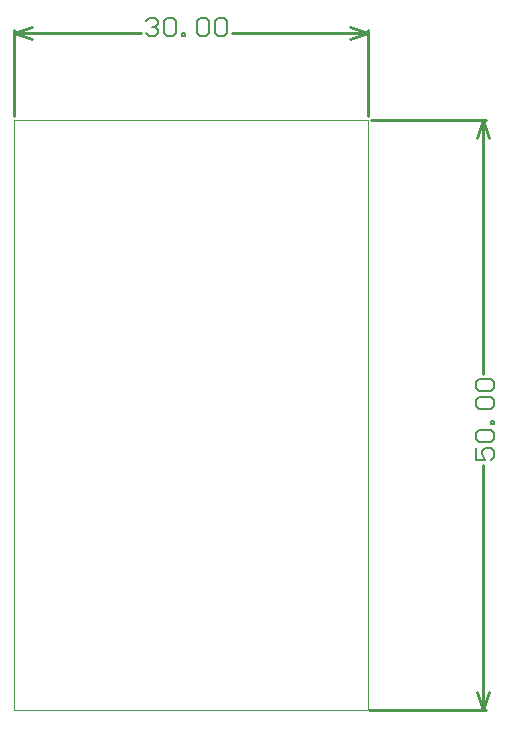
<source format=gm1>
%FSLAX44Y44*%
%MOMM*%
G71*
G01*
G75*
G04 Layer_Color=16711935*
%ADD10R,1.3000X1.5000*%
%ADD11R,1.1000X1.0000*%
%ADD12R,2.1000X2.9000*%
%ADD13R,0.5000X1.6000*%
%ADD14R,1.0000X1.1000*%
%ADD15R,2.4000X3.3000*%
%ADD16R,2.4000X1.0000*%
%ADD17R,1.0000X0.8500*%
%ADD18R,1.0000X0.8500*%
%ADD19R,0.8000X0.8000*%
%ADD20R,2.8000X1.5000*%
%ADD21R,0.8000X0.8000*%
%ADD22R,4.5000X5.0000*%
G04:AMPARAMS|DCode=23|XSize=5.6mm|YSize=2.1mm|CornerRadius=0.525mm|HoleSize=0mm|Usage=FLASHONLY|Rotation=270.000|XOffset=0mm|YOffset=0mm|HoleType=Round|Shape=RoundedRectangle|*
%AMROUNDEDRECTD23*
21,1,5.6000,1.0500,0,0,270.0*
21,1,4.5500,2.1000,0,0,270.0*
1,1,1.0500,-0.5250,-2.2750*
1,1,1.0500,-0.5250,2.2750*
1,1,1.0500,0.5250,2.2750*
1,1,1.0500,0.5250,-2.2750*
%
%ADD23ROUNDEDRECTD23*%
%ADD24C,0.3000*%
%ADD25C,0.5000*%
%ADD26C,0.7500*%
%ADD27C,1.8000*%
%ADD28O,1.0000X1.7000*%
%ADD29C,6.0000*%
%ADD30C,1.6000*%
%ADD31C,0.6000*%
%ADD32C,0.2500*%
%ADD33C,0.1000*%
%ADD34C,0.2000*%
%ADD35C,0.0800*%
%ADD36R,1.5032X1.7032*%
%ADD37R,1.3032X1.2032*%
%ADD38R,2.3032X3.1032*%
%ADD39R,0.7032X1.8032*%
%ADD40R,1.2032X1.3032*%
%ADD41R,2.6032X3.5032*%
%ADD42R,2.6032X1.2032*%
%ADD43R,1.2032X1.0532*%
%ADD44R,1.2032X1.0532*%
%ADD45R,1.0032X1.0032*%
%ADD46R,3.4000X2.1000*%
%ADD47R,1.0032X1.0032*%
%ADD48R,4.7032X5.2032*%
G04:AMPARAMS|DCode=49|XSize=5.8032mm|YSize=2.3032mm|CornerRadius=0.6266mm|HoleSize=0mm|Usage=FLASHONLY|Rotation=270.000|XOffset=0mm|YOffset=0mm|HoleType=Round|Shape=RoundedRectangle|*
%AMROUNDEDRECTD49*
21,1,5.8032,1.0500,0,0,270.0*
21,1,4.5500,2.3032,0,0,270.0*
1,1,1.2532,-0.5250,-2.2750*
1,1,1.2532,-0.5250,2.2750*
1,1,1.2532,0.5250,2.2750*
1,1,1.2532,0.5250,-2.2750*
%
%ADD49ROUNDEDRECTD49*%
%ADD50C,2.0032*%
%ADD51O,1.2032X1.9032*%
%ADD52C,6.2032*%
%ADD53C,1.8032*%
%ADD54C,0.2540*%
%ADD55C,0.1524*%
D33*
X1820000Y360000D02*
Y860000D01*
X1520000D02*
X1820000D01*
X1520000Y360000D02*
Y860000D01*
Y360000D02*
X1820000D01*
X1520000Y860000D02*
X1820000D01*
X1520000Y360000D02*
Y860000D01*
Y360000D02*
X1817500D01*
D54*
X1820540D02*
X1919986D01*
X1823040Y860000D02*
X1919986D01*
X1917446Y360000D02*
Y567593D01*
Y644279D02*
Y860000D01*
Y360000D02*
X1922526Y375240D01*
X1912366D02*
X1917446Y360000D01*
X1912366Y844760D02*
X1917446Y860000D01*
X1922526Y844760D01*
X1820000Y863040D02*
Y936040D01*
X1520000Y863040D02*
Y936040D01*
X1704872Y933500D02*
X1820000D01*
X1520000D02*
X1628186D01*
X1804760Y938580D02*
X1820000Y933500D01*
X1804760Y928420D02*
X1820000Y933500D01*
X1520000D02*
X1535240Y928420D01*
X1520000Y933500D02*
X1535240Y938580D01*
D55*
X1911353Y581814D02*
Y571657D01*
X1918970D01*
X1916431Y576735D01*
Y579275D01*
X1918970Y581814D01*
X1924048D01*
X1926588Y579275D01*
Y574196D01*
X1924048Y571657D01*
X1913892Y586892D02*
X1911353Y589431D01*
Y594510D01*
X1913892Y597049D01*
X1924048D01*
X1926588Y594510D01*
Y589431D01*
X1924048Y586892D01*
X1913892D01*
X1926588Y602127D02*
X1924048D01*
Y604666D01*
X1926588D01*
Y602127D01*
X1913892Y614823D02*
X1911353Y617362D01*
Y622441D01*
X1913892Y624980D01*
X1924048D01*
X1926588Y622441D01*
Y617362D01*
X1924048Y614823D01*
X1913892D01*
Y630058D02*
X1911353Y632597D01*
Y637676D01*
X1913892Y640215D01*
X1924048D01*
X1926588Y637676D01*
Y632597D01*
X1924048Y630058D01*
X1913892D01*
X1632250Y943446D02*
X1634789Y945985D01*
X1639868D01*
X1642407Y943446D01*
Y940907D01*
X1639868Y938367D01*
X1637328D01*
X1639868D01*
X1642407Y935828D01*
Y933289D01*
X1639868Y930750D01*
X1634789D01*
X1632250Y933289D01*
X1647485Y943446D02*
X1650024Y945985D01*
X1655103D01*
X1657642Y943446D01*
Y933289D01*
X1655103Y930750D01*
X1650024D01*
X1647485Y933289D01*
Y943446D01*
X1662720Y930750D02*
Y933289D01*
X1665259D01*
Y930750D01*
X1662720D01*
X1675416Y943446D02*
X1677955Y945985D01*
X1683034D01*
X1685573Y943446D01*
Y933289D01*
X1683034Y930750D01*
X1677955D01*
X1675416Y933289D01*
Y943446D01*
X1690651D02*
X1693190Y945985D01*
X1698269D01*
X1700808Y943446D01*
Y933289D01*
X1698269Y930750D01*
X1693190D01*
X1690651Y933289D01*
Y943446D01*
M02*

</source>
